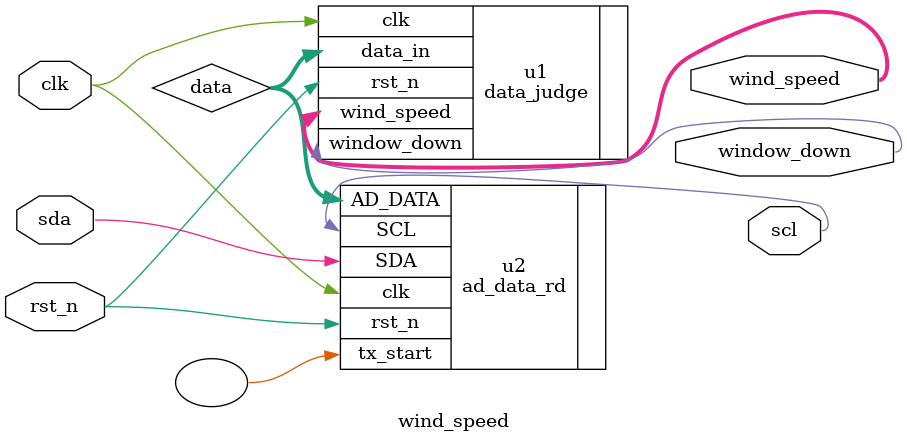
<source format=v>
`timescale 1ns / 1ps

 module wind_speed(
    clk,
    rst_n,
    scl,
    sda,
    window_down,
    wind_speed
    );
    input clk;
    input rst_n;
    output scl;
    inout sda;
    output window_down;
    output [4:0]wind_speed;

    wire [7:0] data;     
    data_judge u1(
    .clk(clk),
    .rst_n(rst_n),
    .data_in(data),
    .window_down(window_down),
    .wind_speed(wind_speed)
    );
    
    ad_data_rd u2(
	.clk(clk),
	.rst_n(rst_n),
	.SCL(scl),
	.SDA(sda),
	.AD_DATA(data),
	.tx_start()
	);
	
	
endmodule

</source>
